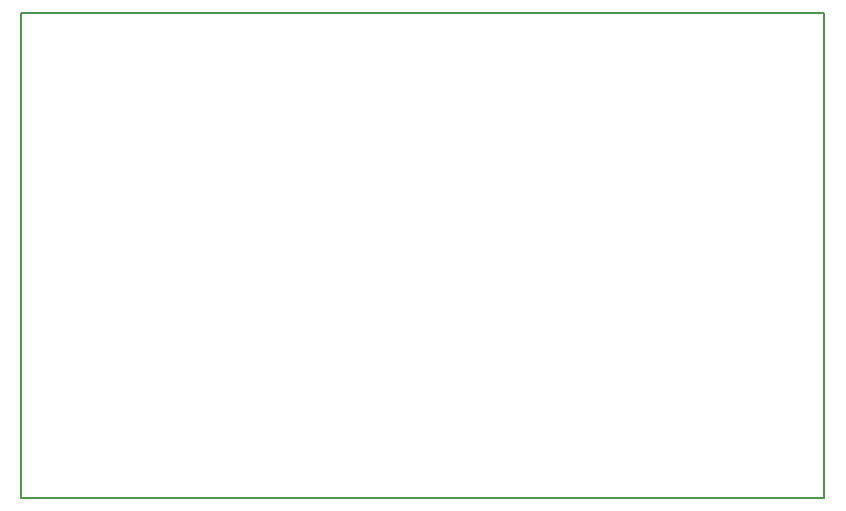
<source format=gbr>
G04 #@! TF.GenerationSoftware,KiCad,Pcbnew,(5.1.2-1)-1*
G04 #@! TF.CreationDate,2019-10-19T13:23:49+03:00*
G04 #@! TF.ProjectId,mag,6d61672e-6b69-4636-9164-5f7063625858,rev?*
G04 #@! TF.SameCoordinates,Original*
G04 #@! TF.FileFunction,Profile,NP*
%FSLAX46Y46*%
G04 Gerber Fmt 4.6, Leading zero omitted, Abs format (unit mm)*
G04 Created by KiCad (PCBNEW (5.1.2-1)-1) date 2019-10-19 13:23:49*
%MOMM*%
%LPD*%
G04 APERTURE LIST*
%ADD10C,0.200000*%
G04 APERTURE END LIST*
D10*
X169500000Y-81250000D02*
X169500000Y-40250000D01*
X169500000Y-40250000D02*
X101500000Y-40250000D01*
X101500000Y-81250000D02*
X169500000Y-81250000D01*
X101500000Y-40250000D02*
X101500000Y-81250000D01*
M02*

</source>
